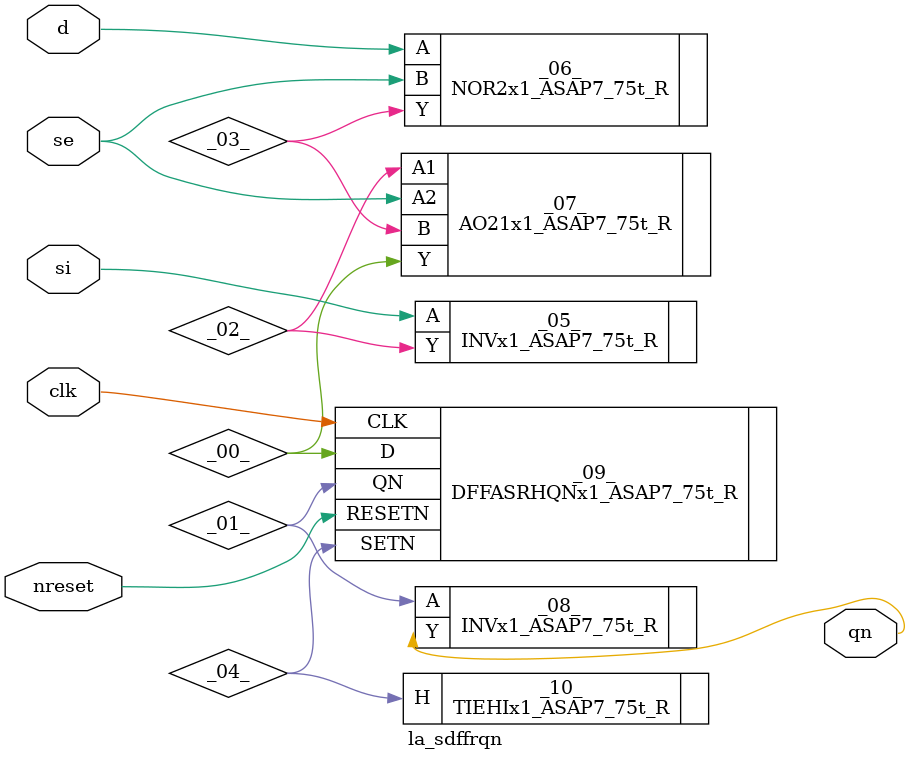
<source format=v>

/* Generated by Yosys 0.40 (git sha1 a1bb0255d, g++ 11.4.0-1ubuntu1~22.04 -fPIC -Os) */

module la_sdffrqn(d, si, se, clk, nreset, qn);
  wire _00_;
  wire _01_;
  wire _02_;
  wire _03_;
  wire _04_;
  input clk;
  wire clk;
  input d;
  wire d;
  input nreset;
  wire nreset;
  output qn;
  wire qn;
  input se;
  wire se;
  input si;
  wire si;
  INVx1_ASAP7_75t_R _05_ (
    .A(si),
    .Y(_02_)
  );
  NOR2x1_ASAP7_75t_R _06_ (
    .A(d),
    .B(se),
    .Y(_03_)
  );
  AO21x1_ASAP7_75t_R _07_ (
    .A1(_02_),
    .A2(se),
    .B(_03_),
    .Y(_00_)
  );
  INVx1_ASAP7_75t_R _08_ (
    .A(_01_),
    .Y(qn)
  );
  DFFASRHQNx1_ASAP7_75t_R _09_ (
    .CLK(clk),
    .D(_00_),
    .QN(_01_),
    .RESETN(nreset),
    .SETN(_04_)
  );
  TIEHIx1_ASAP7_75t_R _10_ (
    .H(_04_)
  );
endmodule

</source>
